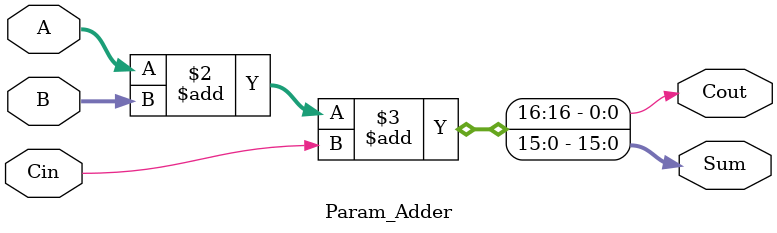
<source format=v>
`timescale 1ns / 1ps


module Param_Adder(Sum, Cout, A, B, Cin);

parameter N = 16;

input wire [N-1:0] A, B;
input wire Cin;
output reg [N-1:0] Sum;
output reg Cout;

// logic description
always@(*)
begin
    {Cout, Sum} = A + B + Cin;
end

endmodule

</source>
